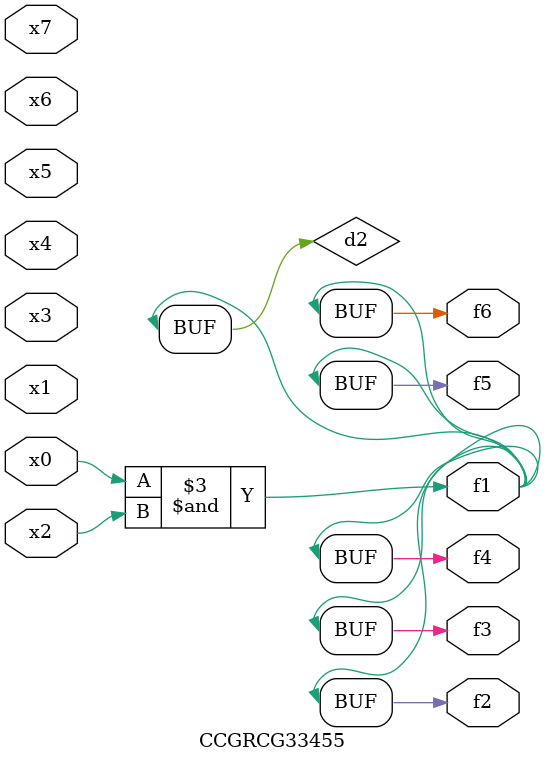
<source format=v>
module CCGRCG33455(
	input x0, x1, x2, x3, x4, x5, x6, x7,
	output f1, f2, f3, f4, f5, f6
);

	wire d1, d2;

	nor (d1, x3, x6);
	and (d2, x0, x2);
	assign f1 = d2;
	assign f2 = d2;
	assign f3 = d2;
	assign f4 = d2;
	assign f5 = d2;
	assign f6 = d2;
endmodule

</source>
